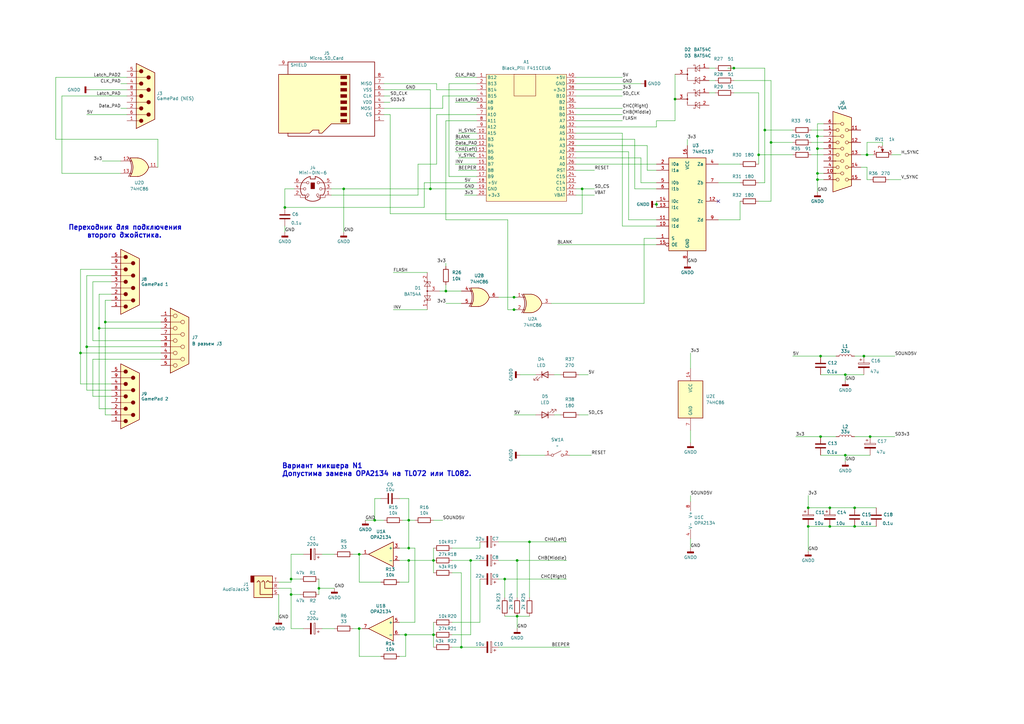
<source format=kicad_sch>
(kicad_sch (version 20230121) (generator eeschema)
  (paper "A3")
  (lib_symbols
    (symbol "74xx:74HC86" (pin_names (offset 1.016))
      (property "Reference" "U" (at 0 1.27 0))
      (property "Value" "74HC86" (at 0 -1.27 0))
      (symbol "74HC86_1_0"
        (pin input line (at -7.62 2.54 0) (length 4.445) (name "~") (number "1"))
        (pin input line (at -7.62 -2.54 0) (length 4.445) (name "~") (number "2"))
        (pin output line (at 7.62 0 180) (length 3.81) (name "~") (number "3"))
      )
      (symbol "74HC86_2_0"
        (pin input line (at -7.62 2.54 0) (length 4.445) (name "~") (number "4"))
        (pin input line (at -7.62 -2.54 0) (length 4.445) (name "~") (number "5"))
        (pin output line (at 7.62 0 180) (length 3.81) (name "~") (number "6"))
      )
      (symbol "74HC86_3_0"
        (pin input line (at -7.62 -2.54 0) (length 4.445) (name "~") (number "10"))
        (pin output line (at 7.62 0 180) (length 3.81) (name "~") (number "8"))
        (pin input line (at -7.62 2.54 0) (length 4.445) (name "~") (number "9"))
      )
      (symbol "74HC86_4_0"
        (pin output line (at 7.62 0 180) (length 3.81) (name "~") (number "11"))
        (pin input line (at -7.62 2.54 0) (length 4.445) (name "~") (number "12"))
        (pin input line (at -7.62 -2.54 0) (length 4.445) (name "~") (number "13"))
      )
      (symbol "74HC86_5_0"
        (pin power_in line (at 0 12.7 270) (length 5.08) (name "VCC") (number "14"))
        (pin power_in line (at 0 -12.7 90) (length 5.08) (name "GND") (number "7"))
      )
    )
    (symbol "74xx:74LS257" (pin_names (offset 1.016))
      (property "Reference" "U" (at -7.62 19.05 0))
      (property "Value" "74LS257" (at -7.62 -21.59 0))
      (symbol "74LS257_1_0"
        (pin input line (at -12.7 -15.24 0) (length 5.08) (name "S") (number "1"))
        (pin input line (at -12.7 -10.16 0) (length 5.08) (name "I1d") (number "10"))
        (pin input line (at -12.7 -7.62 0) (length 5.08) (name "I0d") (number "11"))
        (pin tri_state line (at 12.7 0 180) (length 5.08) (name "Zc") (number "12"))
        (pin input line (at -12.7 -2.54 0) (length 5.08) (name "I1c") (number "13"))
        (pin input line (at -12.7 0 0) (length 5.08) (name "I0c") (number "14"))
        (pin input inverted (at -12.7 -17.78 0) (length 5.08) (name "OE") (number "15"))
        (pin power_in line (at 0 22.86 270) (length 5.08) (name "VCC") (number "16"))
        (pin input line (at -12.7 15.24 0) (length 5.08) (name "I0a") (number "2"))
        (pin input line (at -12.7 12.7 0) (length 5.08) (name "I1a") (number "3"))
        (pin tri_state line (at 12.7 15.24 180) (length 5.08) (name "Za") (number "4"))
        (pin input line (at -12.7 7.62 0) (length 5.08) (name "I0b") (number "5"))
        (pin input line (at -12.7 5.08 0) (length 5.08) (name "I1b") (number "6"))
        (pin tri_state line (at 12.7 7.62 180) (length 5.08) (name "Zb") (number "7"))
        (pin power_in line (at 0 -25.4 90) (length 5.08) (name "GND") (number "8"))
        (pin tri_state line (at 12.7 -7.62 180) (length 5.08) (name "Zd") (number "9"))
      )
    )
    (symbol "Amplifier_Operational:LM358" (pin_names (offset 0.127))
      (property "Reference" "U" (at 0 5.08 0))
      (property "Value" "LM358" (at 0 -5.08 0))
      (symbol "LM358_1_1"
        (pin output line (at 7.62 0 180) (length 2.54) (name "~") (number "1"))
        (pin input line (at -7.62 -2.54 0) (length 2.54) (name "-") (number "2"))
        (pin input line (at -7.62 2.54 0) (length 2.54) (name "+") (number "3"))
      )
      (symbol "LM358_2_1"
        (pin input line (at -7.62 2.54 0) (length 2.54) (name "+") (number "5"))
        (pin input line (at -7.62 -2.54 0) (length 2.54) (name "-") (number "6"))
        (pin output line (at 7.62 0 180) (length 2.54) (name "~") (number "7"))
      )
      (symbol "LM358_3_1"
        (pin power_in line (at -2.54 -7.62 90) (length 3.81) (name "V-") (number "4"))
        (pin power_in line (at -2.54 7.62 270) (length 3.81) (name "V+") (number "8"))
      )
    )
    (symbol "BAT54C_1" (pin_names (offset 1.016))
      (property "Reference" "D1" (at -13.97 3.81 90))
      (property "Value" "BAT54C" (at -11.43 2.54 90))
      (symbol "BAT54C_1_1_1"
        (pin passive line (at -2.54 8.89 270) (length 3.81) (name "~") (number "1"))
        (pin passive line (at 2.54 8.89 270) (length 3.81) (name "~") (number "2"))
        (pin passive line (at 0 -5.08 90) (length 5.08) (name "~") (number "3"))
      )
    )
    (symbol "Connector:DE15_Receptacle_HighDensity" (pin_names (offset 1.016) hide)
      (property "Reference" "J" (at 0 21.59 0))
      (property "Value" "DE15_Receptacle_HighDensity" (at 0 19.05 0))
      (symbol "DE15_Receptacle_HighDensity_1_1"
        (pin passive line (at -7.62 10.16 0) (length 5.08) (name "~") (number "1"))
        (pin passive line (at -7.62 -7.62 0) (length 5.08) (name "~") (number "10"))
        (pin passive line (at 7.62 10.16 180) (length 5.08) (name "~") (number "11"))
        (pin passive line (at 7.62 5.08 180) (length 5.08) (name "~") (number "12"))
        (pin passive line (at 7.62 0 180) (length 5.08) (name "~") (number "13"))
        (pin passive line (at 7.62 -5.08 180) (length 5.08) (name "~") (number "14"))
        (pin passive line (at 7.62 -10.16 180) (length 5.08) (name "~") (number "15"))
        (pin passive line (at -7.62 5.08 0) (length 5.08) (name "~") (number "2"))
        (pin passive line (at -7.62 0 0) (length 5.08) (name "~") (number "3"))
        (pin passive line (at -7.62 -5.08 0) (length 5.08) (name "~") (number "4"))
        (pin passive line (at -7.62 -10.16 0) (length 5.08) (name "~") (number "5"))
        (pin passive line (at -7.62 12.7 0) (length 5.08) (name "~") (number "6"))
        (pin passive line (at -7.62 7.62 0) (length 5.08) (name "~") (number "7"))
        (pin passive line (at -7.62 2.54 0) (length 5.08) (name "~") (number "8"))
        (pin passive line (at -7.62 -2.54 0) (length 5.08) (name "~") (number "9"))
      )
    )
    (symbol "Connector:DE9_Plug_MountingHoles" (pin_names (offset 1.016) hide)
      (property "Reference" "J3" (at 4.572 1.024 0))
      (property "Value" "GamePad (NES)" (at 4.572 -1.024 0))
      (symbol "DE9_Plug_MountingHoles_1_1"
        (pin passive line (at -7.62 -10.16 0) (length 3.81) (name "1") (number "1"))
        (pin passive line (at -7.62 -5.08 0) (length 3.81) (name "2") (number "2"))
        (pin passive line (at -7.62 0 0) (length 3.81) (name "3") (number "3"))
        (pin passive line (at -7.62 5.08 0) (length 3.81) (name "4") (number "4"))
        (pin passive line (at -7.62 10.16 0) (length 3.81) (name "5") (number "5"))
        (pin passive line (at -7.62 -7.62 0) (length 3.81) (name "6") (number "6"))
        (pin passive line (at -7.62 -2.54 0) (length 3.81) (name "7") (number "7"))
        (pin passive line (at -7.62 2.54 0) (length 3.81) (name "8") (number "8"))
        (pin passive line (at -7.62 7.62 0) (length 3.81) (name "9") (number "9"))
      )
    )
    (symbol "Connector:DE9_Receptacle" (pin_names (offset 1.016) hide)
      (property "Reference" "J" (at 0 13.97 0))
      (property "Value" "DE9_Receptacle" (at 0 -14.605 0))
      (symbol "DE9_Receptacle_1_1"
        (pin passive line (at -7.62 10.16 0) (length 3.81) (name "1") (number "1"))
        (pin passive line (at -7.62 5.08 0) (length 3.81) (name "2") (number "2"))
        (pin passive line (at -7.62 0 0) (length 3.81) (name "3") (number "3"))
        (pin passive line (at -7.62 -5.08 0) (length 3.81) (name "4") (number "4"))
        (pin passive line (at -7.62 -10.16 0) (length 3.81) (name "5") (number "5"))
        (pin passive line (at -7.62 7.62 0) (length 3.81) (name "6") (number "6"))
        (pin passive line (at -7.62 2.54 0) (length 3.81) (name "7") (number "7"))
        (pin passive line (at -7.62 -2.54 0) (length 3.81) (name "8") (number "8"))
        (pin passive line (at -7.62 -7.62 0) (length 3.81) (name "9") (number "9"))
      )
    )
    (symbol "Connector:Micro_SD_Card" (pin_names (offset 1.016))
      (property "Reference" "J2" (at 0.635 -20.09 0))
      (property "Value" "Micro_SD_Card" (at 0.635 -18.042 0))
      (symbol "Micro_SD_Card_1_1"
        (pin bidirectional line (at -22.86 7.62 0) (length 3.81) (name "") (number "1"))
        (pin bidirectional line (at -22.86 5.08 0) (length 3.81) (name "CS") (number "2"))
        (pin input line (at -22.86 2.54 0) (length 3.81) (name "MOSI") (number "3"))
        (pin power_in line (at -22.86 0 0) (length 3.81) (name "VDD") (number "4"))
        (pin input line (at -22.86 -2.54 0) (length 3.81) (name "CLK") (number "5"))
        (pin power_in line (at -22.86 -5.08 0) (length 3.81) (name "VSS") (number "6"))
        (pin bidirectional line (at -22.86 -7.62 0) (length 3.81) (name "MISO") (number "7"))
        (pin bidirectional line (at -22.86 -10.16 0) (length 3.81) (name "") (number "8"))
        (pin passive line (at 20.32 -15.24 180) (length 3.81) (name "SHIELD") (number "9"))
      )
    )
    (symbol "Connector:Mini-DIN-6" (pin_names (offset 1.016))
      (property "Reference" "J" (at 0 6.35 0))
      (property "Value" "Mini-DIN-6" (at 0 -6.35 0))
      (symbol "Mini-DIN-6_1_1"
        (pin passive line (at 7.62 -2.54 180) (length 2.54) (name "~") (number "1"))
        (pin passive line (at -7.62 -2.54 0) (length 2.54) (name "~") (number "2"))
        (pin passive line (at 7.62 0 180) (length 2.54) (name "~") (number "3"))
        (pin passive line (at -7.62 0 0) (length 2.54) (name "~") (number "4"))
        (pin passive line (at 7.62 2.54 180) (length 2.54) (name "~") (number "5"))
        (pin passive line (at -7.62 2.54 0) (length 2.54) (name "~") (number "6"))
      )
    )
    (symbol "Connector_Audio:AudioJack3"
      (property "Reference" "J" (at 0 8.89 0))
      (property "Value" "AudioJack3" (at 0 6.35 0))
      (symbol "AudioJack3_1_1"
        (pin passive line (at 5.08 0 180) (length 2.54) (name "~") (number "R"))
        (pin passive line (at 5.08 2.54 180) (length 2.54) (name "~") (number "S"))
        (pin passive line (at 5.08 -2.54 180) (length 2.54) (name "~") (number "T"))
      )
    )
    (symbol "Device:C" (pin_numbers hide) (pin_names (offset 0.254))
      (property "Reference" "C" (at 0.635 2.54 0))
      (property "Value" "C" (at 0.635 -2.54 0))
      (symbol "C_1_1"
        (pin passive line (at 0 3.81 270) (length 2.794) (name "~") (number "1"))
        (pin passive line (at 0 -3.81 90) (length 2.794) (name "~") (number "2"))
      )
    )
    (symbol "Device:C_Polarized" (pin_numbers hide) (pin_names (offset 0.254))
      (property "Reference" "C" (at 0.635 2.54 0))
      (property "Value" "C_Polarized" (at 0.635 -2.54 0))
      (symbol "C_Polarized_1_1"
        (pin passive line (at 0 3.81 270) (length 2.794) (name "~") (number "1"))
        (pin passive line (at 0 -3.81 90) (length 2.794) (name "~") (number "2"))
      )
    )
    (symbol "Device:L" (pin_numbers hide) (pin_names (offset 1.016) hide)
      (property "Reference" "L" (at -1.27 0 90))
      (property "Value" "L" (at 1.905 0 90))
      (symbol "L_1_1"
        (pin passive line (at 0 3.81 270) (length 1.27) (name "1") (number "1"))
        (pin passive line (at 0 -3.81 90) (length 1.27) (name "2") (number "2"))
      )
    )
    (symbol "Device:LED" (pin_numbers hide) (pin_names (offset 1.016) hide)
      (property "Reference" "D" (at 0 2.54 0))
      (property "Value" "LED" (at 0 -2.54 0))
      (symbol "LED_1_1"
        (pin passive line (at -3.81 0 0) (length 2.54) (name "K") (number "1"))
        (pin passive line (at 3.81 0 180) (length 2.54) (name "A") (number "2"))
      )
    )
    (symbol "Device:R" (pin_numbers hide) (pin_names (offset 0))
      (property "Reference" "R" (at 2.032 0 90))
      (property "Value" "R" (at 0 0 90))
      (symbol "R_1_1"
        (pin passive line (at 0 3.81 270) (length 1.27) (name "~") (number "1"))
        (pin passive line (at 0 -3.81 90) (length 1.27) (name "~") (number "2"))
      )
    )
    (symbol "Device:R_Potentiometer" (pin_names (offset 1.016) hide)
      (property "Reference" "RV" (at -4.445 0 90))
      (property "Value" "R_Potentiometer" (at -2.54 0 90))
      (symbol "R_Potentiometer_1_1"
        (pin passive line (at 0 3.81 270) (length 1.27) (name "1") (number "1"))
        (pin passive line (at 3.81 0 180) (length 1.27) (name "2") (number "2"))
        (pin passive line (at 0 -3.81 90) (length 1.27) (name "3") (number "3"))
      )
    )
    (symbol "Diode:BAT54A" (pin_names (offset 1.016))
      (property "Reference" "D" (at 0.635 -3.81 0))
      (property "Value" "BAT54A" (at -6.35 3.175 0))
      (symbol "BAT54A_1_1"
        (pin passive line (at -7.62 0 0) (length 3.81) (name "~") (number "1"))
        (pin passive line (at 7.62 0 180) (length 3.81) (name "~") (number "2"))
        (pin passive line (at 0 -5.08 90) (length 5.08) (name "~") (number "3"))
      )
    )
    (symbol "MCU_Module:Maple_Mini"
      (property "Reference" "A1" (at 0 29.21 0))
      (property "Value" "Black_Pill F411CEU6" (at 0 26.67 0))
      (symbol "Maple_Mini_1_0"
        (pin power_in line (at -20.32 -20.32 0) (length 3.81) (name "+5V") (number "18"))
        (pin power_in line (at -20.32 -25.4 0) (length 3.81) (name "+3v3") (number "20"))
        (pin power_in line (at 20.32 17.78 180) (length 3.81) (name "+3v3") (number "38"))
        (pin power_in line (at 20.32 22.86 180) (length 3.81) (name "+5V") (number "40"))
      )
      (symbol "Maple_Mini_1_1"
        (pin bidirectional line (at -20.32 22.86 0) (length 3.81) (name "B12") (number "1"))
        (pin bidirectional line (at -20.32 0 0) (length 3.81) (name "A15") (number "10"))
        (pin bidirectional line (at -20.32 -2.54 0) (length 3.81) (name "B3") (number "11"))
        (pin bidirectional line (at -20.32 -5.08 0) (length 3.81) (name "B4") (number "12"))
        (pin bidirectional line (at -20.32 -7.62 0) (length 3.81) (name "B5") (number "13"))
        (pin bidirectional line (at -20.32 -10.16 0) (length 3.81) (name "B6") (number "14"))
        (pin bidirectional line (at -20.32 -12.7 0) (length 3.81) (name "B7") (number "15"))
        (pin bidirectional line (at -20.32 -15.24 0) (length 3.81) (name "B8") (number "16"))
        (pin bidirectional line (at -20.32 -17.78 0) (length 3.81) (name "B9") (number "17"))
        (pin power_in line (at -20.32 -22.86 0) (length 3.81) (name "GND") (number "19"))
        (pin bidirectional line (at -20.32 20.32 0) (length 3.81) (name "B13") (number "2"))
        (pin power_in line (at 20.32 -25.4 180) (length 3.81) (name "VBAT") (number "21"))
        (pin bidirectional line (at 20.32 -22.86 180) (length 3.81) (name "C13") (number "22"))
        (pin bidirectional line (at 20.32 -20.32 180) (length 3.81) (name "C14") (number "23"))
        (pin bidirectional line (at 20.32 -17.78 180) (length 3.81) (name "C15") (number "24"))
        (pin input line (at 20.32 -15.24 180) (length 3.81) (name "RST") (number "25"))
        (pin bidirectional line (at 20.32 -12.7 180) (length 3.81) (name "A0") (number "26"))
        (pin bidirectional line (at 20.32 -10.16 180) (length 3.81) (name "A1") (number "27"))
        (pin bidirectional line (at 20.32 -7.62 180) (length 3.81) (name "A2") (number "28"))
        (pin bidirectional line (at 20.32 -5.08 180) (length 3.81) (name "A3") (number "29"))
        (pin bidirectional line (at -20.32 17.78 0) (length 3.81) (name "B14") (number "3"))
        (pin bidirectional line (at 20.32 -2.54 180) (length 3.81) (name "A4") (number "30"))
        (pin bidirectional line (at 20.32 0 180) (length 3.81) (name "A5") (number "31"))
        (pin bidirectional line (at 20.32 2.54 180) (length 3.81) (name "A6") (number "32"))
        (pin bidirectional line (at 20.32 5.08 180) (length 3.81) (name "A7") (number "33"))
        (pin bidirectional line (at 20.32 7.62 180) (length 3.81) (name "B0") (number "34"))
        (pin bidirectional line (at 20.32 10.16 180) (length 3.81) (name "B1") (number "35"))
        (pin bidirectional line (at 20.32 12.7 180) (length 3.81) (name "B2") (number "36"))
        (pin bidirectional line (at 20.32 15.24 180) (length 3.81) (name "B10") (number "37"))
        (pin power_in line (at 20.32 20.32 180) (length 3.81) (name "GND") (number "39"))
        (pin bidirectional line (at -20.32 15.24 0) (length 3.81) (name "B15") (number "4"))
        (pin bidirectional line (at -20.32 12.7 0) (length 3.81) (name "A8") (number "5"))
        (pin bidirectional line (at -20.32 10.16 0) (length 3.81) (name "A9") (number "6"))
        (pin bidirectional line (at -20.32 7.62 0) (length 3.81) (name "A10") (number "7"))
        (pin bidirectional line (at -20.32 5.08 0) (length 3.81) (name "A11") (number "8"))
        (pin bidirectional line (at -20.32 2.54 0) (length 3.81) (name "A12") (number "9"))
      )
    )
    (symbol "Switch:SW_DPST_x2" (pin_names (offset 0) hide)
      (property "Reference" "SW" (at 0 3.175 0))
      (property "Value" "SW_DPST_x2" (at 0 -2.54 0))
      (symbol "SW_DPST_x2_1_1"
        (pin passive line (at -5.08 0 0) (length 2.54) (name "A") (number "1"))
        (pin passive line (at 5.08 0 180) (length 2.54) (name "B") (number "2"))
      )
      (symbol "SW_DPST_x2_2_1"
        (pin passive line (at -5.08 0 0) (length 2.54) (name "A") (number "3"))
        (pin passive line (at 5.08 0 180) (length 2.54) (name "B") (number "4"))
      )
    )
    (symbol "power:GNDD" (power) (pin_names (offset 0))
      (property "Value" "GNDD" (at 0 -3.175 0))
      (symbol "GNDD_1_1"
        (pin power_in line (at 0 0 270) (length 0) hide (name "GNDD") (number "1"))
      )
    )
    (symbol "усилитель для Magica-rescue:CP-Device" (pin_numbers hide) (pin_names (offset 0.254))
      (property "Reference" "C" (at 0.635 2.54 0))
      (property "Value" "Device_CP" (at 0.635 -2.54 0))
      (symbol "CP-Device_1_1"
        (pin passive line (at 0 3.81 270) (length 2.794) (name "~") (number "1"))
        (pin passive line (at 0 -3.81 90) (length 2.794) (name "~") (number "2"))
      )
    )
  )
  (junction (at 238.76 77.47))
  (junction (at 40.64 134.62))
  (junction (at 336.55 146.05))
  (junction (at 210.82 121.92))
  (junction (at 276.86 40.64))
  (junction (at 335.28 73.66))
  (junction (at 207.01 237.49))
  (junction (at 356.87 179.07))
  (junction (at 346.71 153.67))
  (junction (at 316.23 58.42))
  (junction (at 177.8 260.35))
  (junction (at 313.69 53.34))
  (junction (at 335.28 60.96))
  (junction (at 354.33 146.05))
  (junction (at 119.38 243.84))
  (junction (at 346.71 186.69))
  (junction (at 33.02 144.78))
  (junction (at 189.23 265.43))
  (junction (at 119.38 237.49))
  (junction (at 331.47 208.28))
  (junction (at 116.84 85.09))
  (junction (at 147.32 257.81))
  (junction (at 177.8 229.87))
  (junction (at 350.52 208.28))
  (junction (at 176.53 77.47))
  (junction (at 140.97 77.47))
  (junction (at 147.32 227.33))
  (junction (at 335.28 55.88))
  (junction (at 167.64 213.36))
  (junction (at 212.09 229.87))
  (junction (at 210.82 127))
  (junction (at 35.56 142.24))
  (junction (at 166.37 260.35))
  (junction (at 269.24 83.82))
  (junction (at 355.6 63.5))
  (junction (at 212.09 252.73))
  (junction (at 331.47 215.9))
  (junction (at 130.81 241.3))
  (junction (at 217.17 222.25))
  (junction (at 336.55 179.07))
  (junction (at 167.64 224.79))
  (junction (at 335.28 71.12))
  (junction (at 350.52 215.9))
  (junction (at 43.18 132.08))
  (junction (at 182.88 119.38))
  (junction (at 340.36 208.28))
  (junction (at 153.67 213.36))
  (junction (at 167.64 229.87))
  (junction (at 300.99 27.94))
  (junction (at 340.36 215.9))
  (junction (at 311.15 63.5))
  (junction (at 193.04 229.87))
  (no_connect (at 294.64 82.55))
  (wire (pts (xy 232.41 222.25) (xy 217.17 222.25)))
  (wire (pts (xy 346.71 186.69) (xy 346.71 189.23)))
  (wire (pts (xy 208.28 127) (xy 210.82 127)))
  (wire (pts (xy 187.96 64.77) (xy 195.58 64.77)))
  (wire (pts (xy 52.07 34.29) (xy 49.53 34.29)))
  (wire (pts (xy 156.21 238.76) (xy 147.32 238.76)))
  (wire (pts (xy 294.64 90.17) (xy 303.53 90.17)))
  (wire (pts (xy 177.8 255.27) (xy 177.8 260.35)))
  (wire (pts (xy 290.83 27.94) (xy 293.37 27.94)))
  (wire (pts (xy 195.58 72.39) (xy 184.15 72.39)))
  (wire (pts (xy 130.81 237.49) (xy 130.81 241.3)))
  (wire (pts (xy 181.61 213.36) (xy 177.8 213.36)))
  (wire (pts (xy 170.18 224.79) (xy 167.64 224.79)))
  (wire (pts (xy 331.47 215.9) (xy 340.36 215.9)))
  (wire (pts (xy 336.55 186.69) (xy 346.71 186.69)))
  (wire (pts (xy 119.38 243.84) (xy 119.38 241.3)))
  (wire (pts (xy 260.35 77.47) (xy 269.24 77.47)))
  (wire (pts (xy 35.56 142.24) (xy 66.04 142.24)))
  (wire (pts (xy 236.22 52.07) (xy 269.24 52.07)))
  (wire (pts (xy 212.09 252.73) (xy 207.01 252.73)))
  (wire (pts (xy 119.38 237.49) (xy 119.38 238.76)))
  (wire (pts (xy 193.04 229.87) (xy 193.04 260.35)))
  (wire (pts (xy 40.64 120.65) (xy 45.72 120.65)))
  (wire (pts (xy 313.69 27.94) (xy 313.69 53.34)))
  (wire (pts (xy 207.01 237.49) (xy 207.01 245.11)))
  (wire (pts (xy 313.69 74.93) (xy 311.15 74.93)))
  (wire (pts (xy 177.8 229.87) (xy 177.8 234.95)))
  (wire (pts (xy 182.88 49.53) (xy 182.88 90.17)))
  (wire (pts (xy 157.48 46.99) (xy 160.02 46.99)))
  (wire (pts (xy 332.74 53.34) (xy 337.82 53.34)))
  (wire (pts (xy 66.04 144.78) (xy 33.02 144.78)))
  (wire (pts (xy 147.32 257.81) (xy 144.78 257.81)))
  (wire (pts (xy 236.22 57.15) (xy 260.35 57.15)))
  (wire (pts (xy 336.55 146.05) (xy 342.9 146.05)))
  (wire (pts (xy 35.56 142.24) (xy 35.56 160.02)))
  (wire (pts (xy 22.86 57.15) (xy 22.86 31.75)))
  (wire (pts (xy 300.99 33.02) (xy 316.23 33.02)))
  (wire (pts (xy 119.38 238.76) (xy 114.3 238.76)))
  (wire (pts (xy 355.6 58.42) (xy 355.6 63.5)))
  (wire (pts (xy 350.52 179.07) (xy 356.87 179.07)))
  (wire (pts (xy 283.21 144.78) (xy 283.21 151.13)))
  (wire (pts (xy 163.83 269.24) (xy 166.37 269.24)))
  (wire (pts (xy 179.07 46.99) (xy 195.58 46.99)))
  (wire (pts (xy 332.74 58.42) (xy 337.82 58.42)))
  (wire (pts (xy 210.82 121.92) (xy 212.09 121.92)))
  (wire (pts (xy 137.16 227.33) (xy 132.08 227.33)))
  (wire (pts (xy 257.81 90.17) (xy 269.24 90.17)))
  (wire (pts (xy 196.85 222.25) (xy 196.85 224.79)))
  (wire (pts (xy 182.88 119.38) (xy 189.23 119.38)))
  (wire (pts (xy 171.45 67.31) (xy 171.45 80.01)))
  (wire (pts (xy 45.72 170.18) (xy 43.18 170.18)))
  (wire (pts (xy 276.86 40.64) (xy 276.86 49.53)))
  (wire (pts (xy 298.45 27.94) (xy 300.99 27.94)))
  (wire (pts (xy 147.32 227.33) (xy 148.59 227.33)))
  (wire (pts (xy 176.53 77.47) (xy 195.58 77.47)))
  (wire (pts (xy 195.58 49.53) (xy 182.88 49.53)))
  (wire (pts (xy 212.09 229.87) (xy 212.09 245.11)))
  (wire (pts (xy 325.12 146.05) (xy 336.55 146.05)))
  (wire (pts (xy 40.64 134.62) (xy 66.04 134.62)))
  (wire (pts (xy 49.53 71.12) (xy 25.4 71.12)))
  (wire (pts (xy 186.69 31.75) (xy 195.58 31.75)))
  (wire (pts (xy 237.49 170.18) (xy 241.3 170.18)))
  (wire (pts (xy 236.22 44.45) (xy 255.27 44.45)))
  (wire (pts (xy 153.67 213.36) (xy 157.48 213.36)))
  (wire (pts (xy 276.86 30.48) (xy 276.86 40.64)))
  (wire (pts (xy 336.55 153.67) (xy 346.71 153.67)))
  (wire (pts (xy 43.18 132.08) (xy 43.18 123.19)))
  (wire (pts (xy 326.39 179.07) (xy 336.55 179.07)))
  (wire (pts (xy 213.36 186.69) (xy 223.52 186.69)))
  (wire (pts (xy 265.43 69.85) (xy 269.24 69.85)))
  (wire (pts (xy 335.28 55.88) (xy 335.28 60.96)))
  (wire (pts (xy 193.04 260.35) (xy 185.42 260.35)))
  (wire (pts (xy 153.67 213.36) (xy 153.67 204.47)))
  (wire (pts (xy 186.69 62.23) (xy 195.58 62.23)))
  (wire (pts (xy 35.56 46.99) (xy 52.07 46.99)))
  (wire (pts (xy 212.09 229.87) (xy 204.47 229.87)))
  (wire (pts (xy 238.76 77.47) (xy 243.84 77.47)))
  (wire (pts (xy 120.65 77.47) (xy 116.84 77.47)))
  (wire (pts (xy 163.83 224.79) (xy 167.64 224.79)))
  (wire (pts (xy 137.16 257.81) (xy 132.08 257.81)))
  (wire (pts (xy 167.64 238.76) (xy 163.83 238.76)))
  (wire (pts (xy 166.37 260.35) (xy 177.8 260.35)))
  (wire (pts (xy 167.64 213.36) (xy 167.64 204.47)))
  (wire (pts (xy 182.88 124.46) (xy 189.23 124.46)))
  (wire (pts (xy 269.24 83.82) (xy 269.24 85.09)))
  (wire (pts (xy 208.28 90.17) (xy 208.28 127)))
  (wire (pts (xy 346.71 153.67) (xy 346.71 156.21)))
  (wire (pts (xy 355.6 73.66) (xy 356.87 73.66)))
  (wire (pts (xy 187.96 54.61) (xy 195.58 54.61)))
  (wire (pts (xy 189.23 234.95) (xy 189.23 265.43)))
  (wire (pts (xy 269.24 49.53) (xy 276.86 49.53)))
  (wire (pts (xy 335.28 55.88) (xy 337.82 55.88)))
  (wire (pts (xy 236.22 34.29) (xy 262.89 34.29)))
  (wire (pts (xy 167.64 224.79) (xy 167.64 213.36)))
  (wire (pts (xy 43.18 123.19) (xy 45.72 123.19)))
  (wire (pts (xy 171.45 67.31) (xy 179.07 67.31)))
  (wire (pts (xy 228.6 100.33) (xy 269.24 100.33)))
  (wire (pts (xy 196.85 224.79) (xy 185.42 224.79)))
  (wire (pts (xy 233.68 186.69) (xy 242.57 186.69)))
  (wire (pts (xy 311.15 63.5) (xy 311.15 67.31)))
  (wire (pts (xy 176.53 36.83) (xy 176.53 77.47)))
  (wire (pts (xy 22.86 31.75) (xy 52.07 31.75)))
  (wire (pts (xy 157.48 41.91) (xy 160.02 41.91)))
  (wire (pts (xy 45.72 167.64) (xy 40.64 167.64)))
  (wire (pts (xy 52.07 44.45) (xy 49.53 44.45)))
  (wire (pts (xy 147.32 269.24) (xy 147.32 257.81)))
  (wire (pts (xy 316.23 58.42) (xy 325.12 58.42)))
  (wire (pts (xy 185.42 234.95) (xy 189.23 234.95)))
  (wire (pts (xy 213.36 153.67) (xy 219.71 153.67)))
  (wire (pts (xy 236.22 62.23) (xy 257.81 62.23)))
  (wire (pts (xy 300.99 38.1) (xy 311.15 38.1)))
  (wire (pts (xy 331.47 215.9) (xy 331.47 226.06)))
  (wire (pts (xy 160.02 46.99) (xy 160.02 87.63)))
  (wire (pts (xy 64.77 57.15) (xy 22.86 57.15)))
  (wire (pts (xy 38.1 139.7) (xy 38.1 115.57)))
  (wire (pts (xy 340.36 208.28) (xy 350.52 208.28)))
  (wire (pts (xy 186.69 67.31) (xy 195.58 67.31)))
  (wire (pts (xy 316.23 58.42) (xy 316.23 82.55)))
  (wire (pts (xy 335.28 71.12) (xy 337.82 71.12)))
  (wire (pts (xy 196.85 255.27) (xy 185.42 255.27)))
  (wire (pts (xy 64.77 68.58) (xy 64.77 57.15)))
  (wire (pts (xy 25.4 39.37) (xy 52.07 39.37)))
  (wire (pts (xy 35.56 160.02) (xy 45.72 160.02)))
  (wire (pts (xy 161.29 127) (xy 175.26 127)))
  (wire (pts (xy 25.4 71.12) (xy 25.4 39.37)))
  (wire (pts (xy 177.8 224.79) (xy 177.8 229.87)))
  (wire (pts (xy 260.35 57.15) (xy 260.35 77.47)))
  (wire (pts (xy 38.1 115.57) (xy 45.72 115.57)))
  (wire (pts (xy 130.81 241.3) (xy 130.81 243.84)))
  (wire (pts (xy 281.94 57.15) (xy 281.94 59.69)))
  (wire (pts (xy 163.83 255.27) (xy 170.18 255.27)))
  (wire (pts (xy 66.04 147.32) (xy 38.1 147.32)))
  (wire (pts (xy 346.71 153.67) (xy 354.33 153.67)))
  (wire (pts (xy 337.82 50.8) (xy 335.28 50.8)))
  (wire (pts (xy 269.24 82.55) (xy 269.24 83.82)))
  (wire (pts (xy 346.71 186.69) (xy 356.87 186.69)))
  (wire (pts (xy 38.1 162.56) (xy 45.72 162.56)))
  (wire (pts (xy 170.18 213.36) (xy 167.64 213.36)))
  (wire (pts (xy 184.15 34.29) (xy 184.15 72.39)))
  (wire (pts (xy 177.8 260.35) (xy 177.8 265.43)))
  (wire (pts (xy 262.89 74.93) (xy 269.24 74.93)))
  (wire (pts (xy 355.6 63.5) (xy 358.14 63.5)))
  (wire (pts (xy 135.89 80.01) (xy 171.45 80.01)))
  (wire (pts (xy 40.64 134.62) (xy 40.64 167.64)))
  (wire (pts (xy 227.33 153.67) (xy 229.87 153.67)))
  (wire (pts (xy 353.06 63.5) (xy 355.6 63.5)))
  (wire (pts (xy 116.84 77.47) (xy 116.84 85.09)))
  (wire (pts (xy 116.84 92.71) (xy 116.84 95.25)))
  (wire (pts (xy 311.15 38.1) (xy 311.15 63.5)))
  (wire (pts (xy 157.48 39.37) (xy 160.02 39.37)))
  (wire (pts (xy 123.19 237.49) (xy 119.38 237.49)))
  (wire (pts (xy 331.47 208.28) (xy 340.36 208.28)))
  (wire (pts (xy 167.64 213.36) (xy 165.1 213.36)))
  (wire (pts (xy 180.34 119.38) (xy 182.88 119.38)))
  (wire (pts (xy 290.83 38.1) (xy 293.37 38.1)))
  (wire (pts (xy 316.23 33.02) (xy 316.23 58.42)))
  (wire (pts (xy 181.61 44.45) (xy 181.61 39.37)))
  (wire (pts (xy 236.22 64.77) (xy 262.89 64.77)))
  (wire (pts (xy 186.69 57.15) (xy 195.58 57.15)))
  (wire (pts (xy 236.22 54.61) (xy 255.27 54.61)))
  (wire (pts (xy 157.48 44.45) (xy 181.61 44.45)))
  (wire (pts (xy 303.53 82.55) (xy 303.53 90.17)))
  (wire (pts (xy 290.83 33.02) (xy 293.37 33.02)))
  (wire (pts (xy 335.28 50.8) (xy 335.28 55.88)))
  (wire (pts (xy 350.52 146.05) (xy 354.33 146.05)))
  (wire (pts (xy 116.84 85.09) (xy 173.99 85.09)))
  (wire (pts (xy 179.07 34.29) (xy 179.07 36.83)))
  (wire (pts (xy 335.28 73.66) (xy 337.82 73.66)))
  (wire (pts (xy 236.22 67.31) (xy 269.24 67.31)))
  (wire (pts (xy 137.16 241.3) (xy 130.81 241.3)))
  (wire (pts (xy 238.76 87.63) (xy 238.76 77.47)))
  (wire (pts (xy 283.21 176.53) (xy 283.21 181.61)))
  (wire (pts (xy 208.28 90.17) (xy 182.88 90.17)))
  (wire (pts (xy 217.17 222.25) (xy 204.47 222.25)))
  (wire (pts (xy 140.97 77.47) (xy 176.53 77.47)))
  (wire (pts (xy 265.43 59.69) (xy 265.43 69.85)))
  (wire (pts (xy 335.28 60.96) (xy 337.82 60.96)))
  (wire (pts (xy 350.52 215.9) (xy 359.41 215.9)))
  (wire (pts (xy 36.83 36.83) (xy 52.07 36.83)))
  (wire (pts (xy 33.02 157.48) (xy 33.02 144.78)))
  (wire (pts (xy 361.95 58.42) (xy 355.6 58.42)))
  (wire (pts (xy 294.64 74.93) (xy 303.53 74.93)))
  (wire (pts (xy 33.02 144.78) (xy 33.02 110.49)))
  (wire (pts (xy 45.72 157.48) (xy 33.02 157.48)))
  (wire (pts (xy 124.46 227.33) (xy 119.38 227.33)))
  (wire (pts (xy 161.29 111.76) (xy 175.26 111.76)))
  (wire (pts (xy 236.22 59.69) (xy 265.43 59.69)))
  (wire (pts (xy 196.85 229.87) (xy 193.04 229.87)))
  (wire (pts (xy 255.27 92.71) (xy 269.24 92.71)))
  (wire (pts (xy 182.88 109.22) (xy 182.88 107.95)))
  (wire (pts (xy 163.83 260.35) (xy 166.37 260.35)))
  (wire (pts (xy 35.56 113.03) (xy 35.56 142.24)))
  (wire (pts (xy 340.36 215.9) (xy 350.52 215.9)))
  (wire (pts (xy 204.47 265.43) (xy 233.68 265.43)))
  (wire (pts (xy 40.64 134.62) (xy 40.64 120.65)))
  (wire (pts (xy 365.76 63.5) (xy 369.57 63.5)))
  (wire (pts (xy 157.48 36.83) (xy 176.53 36.83)))
  (wire (pts (xy 33.02 110.49) (xy 45.72 110.49)))
  (wire (pts (xy 184.15 34.29) (xy 195.58 34.29)))
  (wire (pts (xy 147.32 238.76) (xy 147.32 227.33)))
  (wire (pts (xy 179.07 36.83) (xy 195.58 36.83)))
  (wire (pts (xy 236.22 36.83) (xy 255.27 36.83)))
  (wire (pts (xy 361.95 59.69) (xy 361.95 58.42)))
  (wire (pts (xy 355.6 73.66) (xy 355.6 68.58)))
  (wire (pts (xy 182.88 116.84) (xy 182.88 119.38)))
  (wire (pts (xy 153.67 204.47) (xy 156.21 204.47)))
  (wire (pts (xy 226.06 124.46) (xy 264.16 124.46)))
  (wire (pts (xy 300.99 27.94) (xy 313.69 27.94)))
  (wire (pts (xy 135.89 77.47) (xy 140.97 77.47)))
  (wire (pts (xy 148.59 257.81) (xy 147.32 257.81)))
  (wire (pts (xy 204.47 121.92) (xy 210.82 121.92)))
  (wire (pts (xy 332.74 63.5) (xy 337.82 63.5)))
  (wire (pts (xy 181.61 39.37) (xy 195.58 39.37)))
  (wire (pts (xy 336.55 179.07) (xy 342.9 179.07)))
  (wire (pts (xy 157.48 34.29) (xy 179.07 34.29)))
  (wire (pts (xy 262.89 64.77) (xy 262.89 74.93)))
  (wire (pts (xy 354.33 146.05) (xy 367.03 146.05)))
  (wire (pts (xy 41.91 66.04) (xy 49.53 66.04)))
  (wire (pts (xy 124.46 257.81) (xy 119.38 257.81)))
  (wire (pts (xy 189.23 265.43) (xy 185.42 265.43)))
  (wire (pts (xy 179.07 67.31) (xy 179.07 46.99)))
  (wire (pts (xy 257.81 62.23) (xy 257.81 90.17)))
  (wire (pts (xy 316.23 82.55) (xy 311.15 82.55)))
  (wire (pts (xy 119.38 241.3) (xy 114.3 241.3)))
  (wire (pts (xy 163.83 229.87) (xy 167.64 229.87)))
  (wire (pts (xy 356.87 179.07) (xy 367.03 179.07)))
  (wire (pts (xy 173.99 74.93) (xy 195.58 74.93)))
  (wire (pts (xy 238.76 77.47) (xy 236.22 77.47)))
  (wire (pts (xy 43.18 132.08) (xy 66.04 132.08)))
  (wire (pts (xy 114.3 243.84) (xy 114.3 254)))
  (wire (pts (xy 170.18 255.27) (xy 170.18 224.79)))
  (wire (pts (xy 232.41 229.87) (xy 212.09 229.87)))
  (wire (pts (xy 237.49 153.67) (xy 241.3 153.67)))
  (wire (pts (xy 144.78 227.33) (xy 147.32 227.33)))
  (wire (pts (xy 335.28 71.12) (xy 335.28 73.66)))
  (wire (pts (xy 227.33 170.18) (xy 229.87 170.18)))
  (wire (pts (xy 193.04 229.87) (xy 185.42 229.87)))
  (wire (pts (xy 186.69 59.69) (xy 195.58 59.69)))
  (wire (pts (xy 217.17 222.25) (xy 217.17 245.11)))
  (wire (pts (xy 355.6 68.58) (xy 353.06 68.58)))
  (wire (pts (xy 217.17 252.73) (xy 212.09 252.73)))
  (wire (pts (xy 335.28 60.96) (xy 335.28 71.12)))
  (wire (pts (xy 311.15 63.5) (xy 325.12 63.5)))
  (wire (pts (xy 123.19 243.84) (xy 119.38 243.84)))
  (wire (pts (xy 364.49 73.66) (xy 369.57 73.66)))
  (wire (pts (xy 43.18 132.08) (xy 43.18 170.18)))
  (wire (pts (xy 196.85 237.49) (xy 196.85 255.27)))
  (wire (pts (xy 236.22 39.37) (xy 255.27 39.37)))
  (wire (pts (xy 236.22 49.53) (xy 255.27 49.53)))
  (wire (pts (xy 153.67 213.36) (xy 149.86 213.36)))
  (wire (pts (xy 166.37 269.24) (xy 166.37 260.35)))
  (wire (pts (xy 350.52 208.28) (xy 359.41 208.28)))
  (wire (pts (xy 313.69 53.34) (xy 313.69 74.93)))
  (wire (pts (xy 269.24 52.07) (xy 269.24 49.53)))
  (wire (pts (xy 177.8 229.87) (xy 167.64 229.87)))
  (wire (pts (xy 232.41 237.49) (xy 207.01 237.49)))
  (wire (pts (xy 264.16 124.46) (xy 264.16 97.79)))
  (wire (pts (xy 119.38 257.81) (xy 119.38 243.84)))
  (wire (pts (xy 119.38 227.33) (xy 119.38 237.49)))
  (wire (pts (xy 243.84 80.01) (xy 236.22 80.01)))
  (wire (pts (xy 236.22 69.85) (xy 243.84 69.85)))
  (wire (pts (xy 156.21 269.24) (xy 147.32 269.24)))
  (wire (pts (xy 38.1 147.32) (xy 38.1 162.56)))
  (wire (pts (xy 236.22 31.75) (xy 255.27 31.75)))
  (wire (pts (xy 207.01 237.49) (xy 204.47 237.49)))
  (wire (pts (xy 186.69 41.91) (xy 195.58 41.91)))
  (wire (pts (xy 66.04 139.7) (xy 38.1 139.7)))
  (wire (pts (xy 190.5 80.01) (xy 195.58 80.01)))
  (wire (pts (xy 335.28 73.66) (xy 335.28 78.74)))
  (wire (pts (xy 283.21 220.98) (xy 283.21 224.79)))
  (wire (pts (xy 313.69 53.34) (xy 325.12 53.34)))
  (wire (pts (xy 264.16 97.79) (xy 269.24 97.79)))
  (wire (pts (xy 173.99 85.09) (xy 173.99 74.93)))
  (wire (pts (xy 160.02 87.63) (xy 238.76 87.63)))
  (wire (pts (xy 167.64 229.87) (xy 167.64 238.76)))
  (wire (pts (xy 196.85 265.43) (xy 189.23 265.43)))
  (wire (pts (xy 255.27 54.61) (xy 255.27 92.71)))
  (wire (pts (xy 331.47 203.2) (xy 331.47 208.28)))
  (wire (pts (xy 167.64 204.47) (xy 163.83 204.47)))
  (wire (pts (xy 210.82 127) (xy 212.09 127)))
  (wire (pts (xy 212.09 252.73) (xy 212.09 257.81)))
  (wire (pts (xy 140.97 77.47) (xy 140.97 95.25)))
  (wire (pts (xy 294.64 67.31) (xy 303.53 67.31)))
  (wire (pts (xy 210.82 170.18) (xy 219.71 170.18)))
  (wire (pts (xy 45.72 113.03) (xy 35.56 113.03)))
  (wire (pts (xy 283.21 203.2) (xy 283.21 205.74)))
  (wire (pts (xy 187.96 69.85) (xy 195.58 69.85)))
  (wire (pts (xy 236.22 46.99) (xy 255.27 46.99)))
  (text "Переходник для подключения \n     второго джойстика.\n" (at 27.94 97.79 0) (effects (font (size 2 2) (thickness 0.4) bold) (justify left bottom)))
  (text "Вариант микшера N1\nДопустима замена OPA2134 на TL072 или TL082.\n" (at 115.57 195.58 0) (effects (font (size 2 2) (thickness 0.4) bold) (justify left bottom)))
  (label "SOUND5V" (at 283.21 203.2 0))
  (label "GND" (at 137.16 241.3 0))
  (label "RESET" (at 242.57 186.69 0))
  (label "CHC(Right)" (at 255.27 44.45 0))
  (label "FLASH" (at 161.29 111.76 0))
  (label "CHB(Middle)" (at 232.41 229.87 180))
  (label "5V" (at 255.27 31.75 0))
  (label "SD_CS" (at 243.84 77.47 0))
  (label "Latch_PAD" (at 49.53 39.37 180))
  (label "GND" (at 283.21 224.79 0))
  (label "GND" (at 331.47 226.06 0))
  (label "3v3" (at 331.47 203.2 0))
  (label "VBAT" (at 243.84 80.01 0))
  (label "FLASH" (at 255.27 49.53 0))
  (label "H_SYNC" (at 187.96 54.61 0))
  (label "GND" (at 346.71 189.23 0))
  (label "SOUND5V" (at 367.03 146.05 0))
  (label "3v3" (at 182.88 107.95 180))
  (label "CHC(Right)" (at 232.41 237.49 180))
  (label "BEEPER" (at 187.96 69.85 0))
  (label "5V" (at 190.5 74.93 0))
  (label "CHB(Middle)" (at 255.27 46.99 0))
  (label "GND" (at 140.97 95.25 0))
  (label "3v3" (at 41.91 66.04 180))
  (label "Latch_PAD" (at 186.69 41.91 0))
  (label "CLK_PAD" (at 186.69 31.75 0))
  (label "SD_CS" (at 241.3 170.18 0))
  (label "3v3" (at 190.5 80.01 0))
  (label "GND" (at 255.27 34.29 0))
  (label "GND" (at 116.84 95.25 0))
  (label "5V" (at 35.56 46.99 0))
  (label "3v3" (at 182.88 124.46 180))
  (label "BEEPER" (at 233.68 265.43 180))
  (label "5V" (at 241.3 153.67 0))
  (label "SOUND5V" (at 181.61 213.36 0))
  (label "3v3" (at 283.21 144.78 0))
  (label "V_SYNC" (at 187.96 64.77 0))
  (label "5V" (at 210.82 170.18 0))
  (label "INV" (at 161.29 127 0))
  (label "INV" (at 186.69 67.31 0))
  (label "V_SYNC" (at 369.57 73.66 0))
  (label "H_SYNC" (at 369.57 63.5 0))
  (label "CLK_PAD" (at 49.53 34.29 180))
  (label "RESET" (at 243.84 69.85 0))
  (label "BLANK" (at 186.69 57.15 0))
  (label "SD_CLK" (at 255.27 39.37 0))
  (label "GND" (at 114.3 254 0))
  (label "GND" (at 212.09 257.81 0))
  (label "GND" (at 281.94 107.95 0))
  (label "GND" (at 166.37 36.83 0))
  (label "SD3v3" (at 367.03 179.07 0))
  (label "Latch_PAD2" (at 49.53 31.75 180))
  (label "BLANK" (at 228.6 100.33 0))
  (label "SD_CLK" (at 160.02 39.37 0))
  (label "5V" (at 325.12 146.05 0))
  (label "CHA(Left)" (at 186.69 62.23 0))
  (label "Data_PAD" (at 49.53 44.45 180))
  (label "Data_PAD" (at 186.69 59.69 0))
  (label "3v3" (at 281.94 57.15 0))
  (label "3v3" (at 326.39 179.07 0))
  (label "GND" (at 335.28 78.74 0))
  (label "GND" (at 346.71 156.21 0))
  (label "SD3v3" (at 160.02 41.91 0))
  (label "3v3" (at 255.27 36.83 0))
  (label "CHA(Left)" (at 232.41 222.25 180))
  (label "GND" (at 190.5 77.47 0))
  (label "GND" (at 149.86 213.36 0))
  (symbol (lib_id "Device:R") (at 181.61 260.35 270) (mirror x) (unit 1)
    (property "Reference" "R21" (at 185.42 257.81 90))
    (property "Value" "27k" (at 181.61 257.81 90))
    (property "Footprint" "Resistor_SMD:R_0805_2012Metric" (effects hide))
  )
  (symbol (lib_id "Connector:DE9_Receptacle") (at 73.66 139.7 0) (unit 1)
    (property "Reference" "J7" (at 78.74 138.43 0) (effects (justify left)))
    (property "Value" "В разъем J3" (at 78.74 140.97 0) (effects (justify left)))
    (property "Datasheet" " ~" (effects hide))
  )
  (symbol (lib_id "Device:R") (at 360.68 73.66 90) (unit 1)
    (property "Reference" "R36" (at 358.14 71.12 90))
    (property "Value" "270" (at 363.22 71.12 90))
    (property "Footprint" "Resistor_SMD:R_0805_2012Metric" (effects hide))
  )
  (symbol (lib_id "MCU_Module:Maple_Mini") (at 215.9 54.61 0) (unit 1)
    (property "Reference" "A1" (at 215.9 25.4 0))
    (property "Value" "Black_Pill F411CEU6" (at 215.9 27.94 0))
    (property "Footprint" "MyLibrary:PCB-STM32F411" (effects hide))
  )
  (symbol (lib_id "74xx:74HC86") (at 218.44 124.46 0) (unit 1)
    (property "Reference" "U2" (at 218.44 130.81 0))
    (property "Value" "74HC86" (at 218.44 133.35 0))
    (property "Footprint" "Package_SO:SO-14_3.9x8.65mm_P1.27mm" (effects hide))
  )
  (symbol (lib_id "Device:R") (at 140.97 227.33 270) (mirror x) (unit 1)
    (property "Reference" "R5" (at 140.97 222.0722 90))
    (property "Value" "33" (at 140.97 224.3836 90))
    (property "Footprint" "Resistor_SMD:R_0805_2012Metric" (effects hide))
  )
  (symbol (lib_id "Device:R") (at 328.93 53.34 90) (unit 1)
    (property "Reference" "R33" (at 326.39 49.53 90))
    (property "Value" "91" (at 331.47 49.53 90))
    (property "Footprint" "Resistor_SMD:R_0805_2012Metric" (effects hide))
  )
  (symbol (lib_id "power:GNDD") (at 149.86 213.36 0) (unit 1)
    (property "Reference" "#PWR04" (effects hide))
    (property "Value" "GNDD" (at 149.86 217.17 0))
  )
  (symbol (lib_id "Device:R") (at 207.01 248.92 0) (mirror y) (unit 1)
    (property "Reference" "R23" (at 204.47 245.11 90))
    (property "Value" "2k" (at 204.47 248.92 90))
    (property "Footprint" "Resistor_SMD:R_0805_2012Metric" (effects hide))
  )
  (symbol (lib_id "Device:R") (at 161.29 213.36 270) (mirror x) (unit 1)
    (property "Reference" "R15" (at 161.29 208.1022 90))
    (property "Value" "10k" (at 161.29 210.4136 90))
    (property "Footprint" "Resistor_SMD:R_0805_2012Metric" (effects hide))
  )
  (symbol (lib_id "Device:C") (at 160.02 204.47 270) (mirror x) (unit 1)
    (property "Reference" "C5" (at 160.02 198.731 90))
    (property "Value" "10u" (at 160.02 200.779 90))
    (property "Footprint" "Capacitor_SMD:C_0805_2012Metric" (effects hide))
  )
  (symbol (lib_id "Device:R") (at 127 243.84 270) (mirror x) (unit 1)
    (property "Reference" "R2" (at 128.27 246.38 90))
    (property "Value" "47k" (at 123.19 246.38 90))
    (property "Footprint" "Resistor_SMD:R_0805_2012Metric" (effects hide))
  )
  (symbol (lib_id "Device:R") (at 181.61 255.27 270) (mirror x) (unit 1)
    (property "Reference" "R20" (at 185.42 252.73 90))
    (property "Value" "10k" (at 181.61 252.73 90))
    (property "Footprint" "Resistor_SMD:R_0805_2012Metric" (effects hide))
  )
  (symbol (lib_id "Device:R") (at 140.97 257.81 270) (mirror x) (unit 1)
    (property "Reference" "R6" (at 140.97 252.5522 90))
    (property "Value" "33" (at 140.97 254.8636 90))
    (property "Footprint" "Resistor_SMD:R_0805_2012Metric" (effects hide))
  )
  (symbol (lib_id "Device:C") (at 350.52 212.09 0) (unit 1)
    (property "Reference" "C15" (at 353.441 211.066 0) (effects (justify left)))
    (property "Value" "0.1u" (at 353.06 214.63 0) (effects (justify left)))
    (property "Footprint" "Capacitor_SMD:C_0805_2012Metric" (effects hide))
  )
  (symbol (lib_id "Device:R") (at 328.93 63.5 90) (unit 1)
    (property "Reference" "R35" (at 326.39 60.96 90))
    (property "Value" "91" (at 331.47 60.96 90))
    (property "Footprint" "Resistor_SMD:R_0805_2012Metric" (effects hide))
  )
  (symbol (lib_id "Connector_Audio:AudioJack3") (at 109.22 241.3 0) (mirror x) (unit 1)
    (property "Reference" "J1" (at 102.108 239.641 0) (effects (justify right)))
    (property "Value" "AudioJack3" (at 102.108 241.689 0) (effects (justify right)))
    (property "Footprint" "Connector_Audio:Jack_3.5mm_CUI_SJ1-3525N_Horizontal" (effects hide))
  )
  (symbol (lib_id "power:GNDD") (at 116.84 95.25 0) (unit 1)
    (property "Reference" "#PWR05" (effects hide))
    (property "Value" "GNDD" (at 116.84 99.06 0))
  )
  (symbol (lib_id "74xx:74HC86") (at 57.15 68.58 0) (unit 4)
    (property "Reference" "U2" (at 57.15 74.93 0))
    (property "Value" "74HC86" (at 57.15 77.47 0))
    (property "Footprint" "Package_SO:SO-14_3.9x8.65mm_P1.27mm" (effects hide))
  )
  (symbol (lib_id "Device:R") (at 217.17 248.92 0) (mirror y) (unit 1)
    (property "Reference" "R25" (at 214.63 245.11 90))
    (property "Value" "2k" (at 214.63 248.92 90))
    (property "Footprint" "Resistor_SMD:R_0805_2012Metric" (effects hide))
  )
  (symbol (lib_id "Amplifier_Operational:LM358") (at 285.75 213.36 0) (unit 3)
    (property "Reference" "U1" (at 284.6832 212.1916 0) (effects (justify left)))
    (property "Value" "OPA2134" (at 284.6832 214.503 0) (effects (justify left)))
    (property "Footprint" "Package_DIP:DIP-8_W7.62mm" (effects hide))
  )
  (symbol (lib_id "усилитель для Magica-rescue:CP-Device") (at 200.66 265.43 270) (mirror x) (unit 1)
    (property "Reference" "C10" (at 204.47 264.16 90))
    (property "Value" "10u" (at 196.85 264.16 90))
    (property "Footprint" "Capacitor_Tantalum_SMD:CP_EIA-3528-21_Kemet-B" (effects hide))
  )
  (symbol (lib_id "Device:R") (at 160.02 269.24 270) (mirror x) (unit 1)
    (property "Reference" "R14" (at 160.02 263.9822 90))
    (property "Value" "10k" (at 160.02 266.2936 90))
    (property "Footprint" "Resistor_SMD:R_0805_2012Metric" (effects hide))
  )
  (symbol (lib_id "power:GNDD") (at 281.94 107.95 0) (unit 1)
    (property "Reference" "#PWR010" (effects hide))
    (property "Value" "GNDD" (at 281.94 111.76 0))
  )
  (symbol (lib_id "Device:C_Polarized") (at 354.33 149.86 0) (unit 1)
    (property "Reference" "C16" (at 357.251 147.947 0) (effects (justify left)))
    (property "Value" "47u" (at 356.87 152.4 0) (effects (justify left)))
    (property "Footprint" "Capacitor_Tantalum_SMD:CP_EIA-3528-21_Kemet-B" (effects hide))
  )
  (symbol (lib_id "Device:R") (at 127 237.49 270) (mirror x) (unit 1)
    (property "Reference" "R1" (at 128.27 234.95 90))
    (property "Value" "47k" (at 123.19 234.95 90))
    (property "Footprint" "Resistor_SMD:R_0805_2012Metric" (effects hide))
  )
  (symbol (lib_id "power:GNDD") (at 335.28 78.74 0) (unit 1)
    (property "Reference" "#PWR013" (effects hide))
    (property "Value" "GNDD" (at 335.28 82.55 0))
  )
  (symbol (lib_id "Device:C_Polarized") (at 331.47 212.09 0) (unit 1)
    (property "Reference" "C11" (at 334.391 210.177 0) (effects (justify left)))
    (property "Value" "10u" (at 334.01 214.63 0) (effects (justify left)))
    (property "Footprint" "Capacitor_Tantalum_SMD:CP_EIA-3528-21_Kemet-B" (effects hide))
  )
  (symbol (lib_id "Device:C") (at 336.55 182.88 0) (unit 1)
    (property "Reference" "C13" (at 339.471 181.856 0) (effects (justify left)))
    (property "Value" "0.1u" (at 339.09 185.42 0) (effects (justify left)))
    (property "Footprint" "Capacitor_SMD:C_0805_2012Metric" (effects hide))
  )
  (symbol (lib_id "Device:L") (at 346.71 179.07 90) (unit 1)
    (property "Reference" "L2" (at 346.71 174.9847 90))
    (property "Value" "33u" (at 346.71 177.0327 90))
    (property "Footprint" "Inductor_SMD:L_0805_2012Metric" (effects hide))
  )
  (symbol (lib_id "Device:LED") (at 223.52 153.67 0) (unit 1)
    (property "Reference" "D4" (at 221.9325 147.32 0))
    (property "Value" "LED" (at 221.9325 149.86 0))
    (property "Footprint" "LED_THT:LED_D3.0mm" (effects hide))
  )
  (symbol (lib_id "Connector:Micro_SD_Card") (at 134.62 41.91 180) (unit 1)
    (property "Reference" "J5" (at 133.985 21.82 0))
    (property "Value" "Micro_SD_Card" (at 133.985 23.868 0))
    (property "Footprint" "MyLibrary:SD Card Holder 112J-TDAR" (effects hide))
  )
  (symbol (lib_id "74xx:74HC86") (at 196.85 121.92 0) (unit 2)
    (property "Reference" "U2" (at 196.5452 113.03 0))
    (property "Value" "74HC86" (at 196.5452 115.57 0))
    (property "Footprint" "Package_SO:SO-14_3.9x8.65mm_P1.27mm" (effects hide))
  )
  (symbol (lib_id "Device:R") (at 181.61 224.79 270) (mirror x) (unit 1)
    (property "Reference" "R17" (at 185.42 222.25 90))
    (property "Value" "10k" (at 181.61 222.25 90))
    (property "Footprint" "Resistor_SMD:R_0805_2012Metric" (effects hide))
  )
  (symbol (lib_id "Device:R") (at 233.68 170.18 90) (unit 1)
    (property "Reference" "R38" (at 233.68 163.83 90))
    (property "Value" "180" (at 233.68 166.37 90))
    (property "Footprint" "Resistor_SMD:R_0805_2012Metric" (effects hide))
  )
  (symbol (lib_id "power:GNDD") (at 213.36 186.69 270) (mirror x) (unit 1)
    (property "Reference" "#PWR019" (effects hide))
    (property "Value" "GNDD" (at 209.55 186.69 0))
  )
  (symbol (lib_id "Device:C") (at 336.55 149.86 0) (unit 1)
    (property "Reference" "C12" (at 339.471 148.836 0) (effects (justify left)))
    (property "Value" "0.1u" (at 339.09 152.4 0) (effects (justify left)))
    (property "Footprint" "Capacitor_SMD:C_0805_2012Metric" (effects hide))
  )
  (symbol (lib_id "power:GNDD") (at 213.36 153.67 270) (unit 1)
    (property "Reference" "#PWR017" (effects hide))
    (property "Value" "GNDD" (at 209.55 153.67 0))
  )
  (symbol (lib_id "Device:R_Potentiometer") (at 361.95 63.5 90) (unit 1)
    (property "Reference" "RV1" (at 360.68 57.15 90))
    (property "Value" "1k" (at 365.76 57.15 90))
    (property "Footprint" "MyLibrary:TRIM_3296W-1-102LF" (effects hide))
  )
  (symbol (lib_id "power:GNDD") (at 114.3 254 0) (unit 1)
    (property "Reference" "#PWR02" (effects hide))
    (property "Value" "GNDD" (at 114.3 257.81 0))
  )
  (symbol (lib_id "Diode:BAT54A") (at 175.26 119.38 90) (unit 1)
    (property "Reference" "D1" (at 172.72 118.11 90) (effects (justify left)))
    (property "Value" "BAT54A" (at 172.72 120.65 90) (effects (justify left)))
    (property "Footprint" "Package_TO_SOT_SMD:SOT-23" (effects hide))
  )
  (symbol (lib_id "Device:R") (at 160.02 238.76 270) (mirror x) (unit 1)
    (property "Reference" "R13" (at 160.02 233.5022 90))
    (property "Value" "10k" (at 160.02 235.8136 90))
    (property "Footprint" "Resistor_SMD:R_0805_2012Metric" (effects hide))
  )
  (symbol (lib_id "Connector:DE9_Plug_MountingHoles") (at 53.34 115.57 0) (unit 1)
    (property "Reference" "J8" (at 57.912 114.546 0) (effects (justify left)))
    (property "Value" "GamePad 1" (at 57.912 116.594 0) (effects (justify left)))
    (property "Footprint" "MyLibrary:Правильный джой" (effects hide))
    (property "Datasheet" " ~" (effects hide))
  )
  (symbol (lib_id "power:GNDD") (at 36.83 36.83 270) (mirror x) (unit 1)
    (property "Reference" "#PWR01" (effects hide))
    (property "Value" "GNDD" (at 33.02 36.83 90) (effects (justify right)))
  )
  (symbol (lib_id "74xx:74LS257") (at 281.94 82.55 0) (unit 1)
    (property "Reference" "U3" (at 283.8959 59.69 0) (effects (justify left)))
    (property "Value" "74HC157" (at 283.8959 62.23 0) (effects (justify left)))
    (property "Footprint" "Package_SO:SO-16_3.9x9.9mm_P1.27mm" (effects hide))
  )
  (symbol (lib_id "Device:R") (at 181.61 265.43 270) (mirror x) (unit 1)
    (property "Reference" "R22" (at 185.42 262.89 90))
    (property "Value" "43k" (at 180.34 262.89 90))
    (property "Footprint" "Resistor_SMD:R_0805_2012Metric" (effects hide))
  )
  (symbol (lib_id "Device:R") (at 233.68 153.67 90) (unit 1)
    (property "Reference" "R37" (at 233.68 147.32 90))
    (property "Value" "270" (at 233.68 149.86 90))
    (property "Footprint" "Resistor_SMD:R_0805_2012Metric" (effects hide))
  )
  (symbol (lib_id "Device:R") (at 181.61 234.95 270) (mirror x) (unit 1)
    (property "Reference" "R19" (at 185.42 232.41 90))
    (property "Value" "43k" (at 181.61 232.41 90))
    (property "Footprint" "Resistor_SMD:R_0805_2012Metric" (effects hide))
  )
  (symbol (lib_id "power:GNDD") (at 212.09 257.81 0) (unit 1)
    (property "Reference" "#PWR07" (effects hide))
    (property "Value" "GNDD" (at 212.09 261.62 0))
  )
  (symbol (lib_id "Connector:DE9_Plug_MountingHoles") (at 53.34 162.56 0) (unit 1)
    (property "Reference" "J9" (at 57.912 161.536 0) (effects (justify left)))
    (property "Value" "GamePad 2" (at 57.912 163.584 0) (effects (justify left)))
    (property "Footprint" "MyLibrary:Правильный джой" (effects hide))
    (property "Datasheet" " ~" (effects hide))
  )
  (symbol (lib_id "Connector:DE15_Receptacle_HighDensity") (at 345.44 63.5 0) (unit 1)
    (property "Reference" "J6" (at 345.44 42.14 0))
    (property "Value" "VGA" (at 345.44 44.188 0))
    (property "Footprint" "MyLibrary:D-SUB 15FR (Видео правильный)" (effects hide))
    (property "Datasheet" " ~" (effects hide))
  )
  (symbol (lib_id "Switch:SW_DPST_x2") (at 228.6 186.69 0) (unit 1)
    (property "Reference" "SW1" (at 228.6 180.34 0))
    (property "Value" "~" (at 228.6 182.88 0))
    (property "Footprint" "MyLibrary:Switch SW_TL1105JAF160Q" (effects hide))
  )
  (symbol (lib_id "Device:L") (at 346.71 146.05 90) (unit 1)
    (property "Reference" "L1" (at 346.71 141.9647 90))
    (property "Value" "33u" (at 346.71 144.0127 90))
    (property "Footprint" "Inductor_SMD:L_0805_2012Metric" (effects hide))
  )
  (symbol (lib_id "Device:R") (at 182.88 113.03 0) (unit 1)
    (property "Reference" "R26" (at 185.42 111.76 0) (effects (justify left)))
    (property "Value" "10k" (at 185.42 114.3 0) (effects (justify left)))
    (property "Footprint" "Resistor_SMD:R_0805_2012Metric" (effects hide))
  )
  (symbol (lib_id "Device:R") (at 212.09 248.92 0) (mirror y) (unit 1)
    (property "Reference" "R24" (at 209.55 245.11 90))
    (property "Value" "2k" (at 209.55 248.92 90))
    (property "Footprint" "Resistor_SMD:R_0805_2012Metric" (effects hide))
  )
  (symbol (lib_id "Device:R") (at 181.61 229.87 270) (mirror x) (unit 1)
    (property "Reference" "R18" (at 185.42 227.33 90))
    (property "Value" "27k" (at 181.61 227.33 90))
    (property "Footprint" "Resistor_SMD:R_0805_2012Metric" (effects hide))
  )
  (symbol (lib_id "power:GNDD") (at 346.71 189.23 0) (unit 1)
    (property "Reference" "#PWR016" (effects hide))
    (property "Value" "GNDD" (at 346.71 193.04 0))
  )
  (symbol (lib_id "Amplifier_Operational:LM358") (at 156.21 257.81 0) (mirror y) (unit 2)
    (property "Reference" "U1" (at 156.21 248.4882 0))
    (property "Value" "OPA2134" (at 156.21 250.7996 0))
    (property "Footprint" "Package_DIP:DIP-8_W7.62mm" (effects hide))
  )
  (symbol (lib_id "Device:LED") (at 223.52 170.18 180) (unit 1)
    (property "Reference" "D5" (at 223.52 162.56 0))
    (property "Value" "LED" (at 223.52 165.1 0))
    (property "Footprint" "LED_THT:LED_D3.0mm" (effects hide))
  )
  (symbol (lib_id "усилитель для Magica-rescue:CP-Device") (at 128.27 227.33 270) (mirror x) (unit 1)
    (property "Reference" "C1" (at 128.27 220.853 90))
    (property "Value" "220u" (at 128.27 223.1644 90))
    (property "Footprint" "Capacitor_Tantalum_SMD:CP_EIA-3528-21_Kemet-B" (effects hide))
  )
  (symbol (lib_id "Device:C_Polarized") (at 340.36 212.09 0) (unit 1)
    (property "Reference" "C14" (at 343.281 210.177 0) (effects (justify left)))
    (property "Value" "10u" (at 342.9 214.63 0) (effects (justify left)))
    (property "Footprint" "Capacitor_Tantalum_SMD:CP_EIA-3528-21_Kemet-B" (effects hide))
  )
  (symbol (lib_id "Device:C") (at 359.41 212.09 0) (unit 1)
    (property "Reference" "C18" (at 362.331 211.066 0) (effects (justify left)))
    (property "Value" "0.1u" (at 361.95 214.63 0) (effects (justify left)))
    (property "Footprint" "Capacitor_SMD:C_0805_2012Metric" (effects hide))
  )
  (symbol (lib_id "Device:R") (at 297.18 33.02 90) (unit 1)
    (property "Reference" "R28" (at 294.64 30.48 90))
    (property "Value" "51" (at 299.72 30.48 90))
    (property "Footprint" "Resistor_SMD:R_0805_2012Metric" (effects hide))
  )
  (symbol (lib_id "усилитель для Magica-rescue:CP-Device") (at 200.66 237.49 270) (mirror x) (unit 1)
    (property "Reference" "C9" (at 203.2 236.22 90))
    (property "Value" "22u" (at 196.85 236.22 90))
    (property "Footprint" "Capacitor_Tantalum_SMD:CP_EIA-3528-21_Kemet-B" (effects hide))
  )
  (symbol (lib_id "Connector:DE9_Plug_MountingHoles") (at 59.69 39.37 0) (unit 1)
    (property "Reference" "J3" (at 64.262 38.346 0) (effects (justify left)))
    (property "Value" "GamePad (NES)" (at 64.262 40.394 0) (effects (justify left)))
    (property "Footprint" "MyLibrary:Правильный джой" (effects hide))
    (property "Datasheet" " ~" (effects hide))
  )
  (symbol (lib_id "Device:R") (at 173.99 213.36 270) (mirror x) (unit 1)
    (property "Reference" "R16" (at 173.99 208.1022 90))
    (property "Value" "10k" (at 173.99 210.4136 90))
    (property "Footprint" "Resistor_SMD:R_0805_2012Metric" (effects hide))
  )
  (symbol (lib_id "power:GNDD") (at 283.21 224.79 0) (unit 1)
    (property "Reference" "#PWR012" (effects hide))
    (property "Value" "GNDD" (at 283.21 228.6 0))
  )
  (symbol (lib_id "Device:C") (at 116.84 88.9 0) (unit 1)
    (property "Reference" "C6" (at 119.761 87.876 0) (effects (justify left)))
    (property "Value" "0.1u" (at 119.38 91.44 0) (effects (justify left)))
    (property "Footprint" "Capacitor_SMD:C_0805_2012Metric" (effects hide))
  )
  (symbol (lib_id "power:GNDD") (at 137.16 241.3 0) (unit 1)
    (property "Reference" "#PWR03" (effects hide))
    (property "Value" "GNDD" (at 137.16 245.11 0))
  )
  (symbol (lib_id "усилитель для Magica-rescue:CP-Device") (at 200.66 222.25 270) (mirror x) (unit 1)
    (property "Reference" "C7" (at 203.2 220.98 90))
    (property "Value" "22u" (at 196.85 220.98 90))
    (property "Footprint" "Capacitor_Tantalum_SMD:CP_EIA-3528-21_Kemet-B" (effects hide))
  )
  (symbol (lib_id "Device:R") (at 307.34 74.93 90) (unit 1)
    (property "Reference" "R31" (at 302.26 72.39 90))
    (property "Value" "180" (at 307.34 72.39 90))
    (property "Footprint" "Resistor_SMD:R_0805_2012Metric" (effects hide))
  )
  (symbol (lib_id "power:GNDD") (at 140.97 95.25 0) (unit 1)
    (property "Reference" "#PWR06" (effects hide))
    (property "Value" "GNDD" (at 140.97 99.06 0))
  )
  (symbol (lib_name "BAT54C_1") (lib_id "Diode:BAT54C") (at 281.94 40.64 270) (unit 1)
    (property "Reference" "D3" (at 280.67 22.86 90) (effects (justify left)))
    (property "Value" "BAT54C" (at 284.48 22.86 90) (effects (justify left)))
    (property "Footprint" "Package_TO_SOT_SMD:SOT-23" (effects hide))
  )
  (symbol (lib_id "Device:C_Polarized") (at 356.87 182.88 0) (unit 1)
    (property "Reference" "C17" (at 359.791 180.967 0) (effects (justify left)))
    (property "Value" "47u" (at 359.41 185.42 0) (effects (justify left)))
    (property "Footprint" "Capacitor_Tantalum_SMD:CP_EIA-3528-21_Kemet-B" (effects hide))
  )
  (symbol (lib_name "BAT54C_1") (lib_id "Diode:BAT54C") (at 281.94 30.48 270) (unit 1)
    (property "Reference" "D2" (at 280.67 20.32 90) (effects (justify left)))
    (property "Value" "BAT54C" (at 284.48 20.32 90) (effects (justify left)))
    (property "Footprint" "Package_TO_SOT_SMD:SOT-23" (effects hide))
  )
  (symbol (lib_id "power:GNDD") (at 331.47 226.06 0) (unit 1)
    (property "Reference" "#PWR014" (effects hide))
    (property "Value" "GNDD" (at 331.47 229.87 0))
  )
  (symbol (lib_id "power:GNDD") (at 262.89 34.29 90) (mirror x) (unit 1)
    (property "Reference" "#PWR08" (effects hide))
    (property "Value" "GNDD" (at 265.684 34.29 90) (effects (justify right)))
  )
  (symbol (lib_id "Device:R") (at 297.18 27.94 90) (unit 1)
    (property "Reference" "R27" (at 294.64 24.13 90))
    (property "Value" "51" (at 299.72 24.13 90))
    (property "Footprint" "Resistor_SMD:R_0805_2012Metric" (effects hide))
  )
  (symbol (lib_id "Connector:Mini-DIN-6") (at 128.27 77.47 0) (unit 1)
    (property "Reference" "J4" (at 128.2877 68.81 0))
    (property "Value" "Mini-DIN-6" (at 128.2877 70.858 0))
    (property "Footprint" "MyLibrary:PS-2 (Mini Circular DIN 6 pin Connector)" (effects hide))
  )
  (symbol (lib_id "74xx:74HC86") (at 283.21 163.83 0) (unit 5)
    (property "Reference" "U2" (at 289.56 162.56 0) (effects (justify left)))
    (property "Value" "74HC86" (at 289.56 165.1 0) (effects (justify left)))
    (property "Footprint" "Package_SO:SO-14_3.9x8.65mm_P1.27mm" (effects hide))
  )
  (symbol (lib_id "усилитель для Magica-rescue:CP-Device") (at 128.27 257.81 270) (mirror x) (unit 1)
    (property "Reference" "C2" (at 128.27 251.333 90))
    (property "Value" "220u" (at 128.27 253.6444 90))
    (property "Footprint" "Capacitor_Tantalum_SMD:CP_EIA-3528-21_Kemet-B" (effects hide))
  )
  (symbol (lib_id "Device:R") (at 307.34 82.55 90) (unit 1)
    (property "Reference" "R32" (at 302.26 80.01 90))
    (property "Value" "180" (at 307.34 80.01 90))
    (property "Footprint" "Resistor_SMD:R_0805_2012Metric" (effects hide))
  )
  (symbol (lib_id "power:GNDD") (at 283.21 181.61 0) (unit 1)
    (property "Reference" "#PWR011" (effects hide))
    (property "Value" "GNDD" (at 283.21 185.42 0))
  )
  (symbol (lib_id "Device:R") (at 307.34 67.31 90) (unit 1)
    (property "Reference" "R30" (at 302.26 63.5 90))
    (property "Value" "180" (at 307.34 63.5 90))
    (property "Footprint" "Resistor_SMD:R_0805_2012Metric" (effects hide))
  )
  (symbol (lib_id "power:GNDD") (at 269.24 83.82 270) (mirror x) (unit 1)
    (property "Reference" "#PWR09" (effects hide))
    (property "Value" "GNDD" (at 266.446 83.82 90) (effects (justify right)))
  )
  (symbol (lib_id "Device:R") (at 297.18 38.1 90) (unit 1)
    (property "Reference" "R29" (at 294.64 35.56 90))
    (property "Value" "51" (at 299.72 35.56 90))
    (property "Footprint" "Resistor_SMD:R_0805_2012Metric" (effects hide))
  )
  (symbol (lib_id "Amplifier_Operational:LM358") (at 156.21 227.33 0) (mirror y) (unit 1)
    (property "Reference" "U1" (at 156.21 218.0082 0))
    (property "Value" "OPA2134" (at 156.21 220.3196 0))
    (property "Footprint" "Package_DIP:DIP-8_W7.62mm" (effects hide))
  )
  (symbol (lib_id "усилитель для Magica-rescue:CP-Device") (at 200.66 229.87 270) (mirror x) (unit 1)
    (property "Reference" "C8" (at 203.2 228.6 90))
    (property "Value" "22u" (at 196.85 228.6 90))
    (property "Footprint" "Capacitor_Tantalum_SMD:CP_EIA-3528-21_Kemet-B" (effects hide))
  )
  (symbol (lib_id "power:GNDD") (at 346.71 156.21 0) (unit 1)
    (property "Reference" "#PWR015" (effects hide))
    (property "Value" "GNDD" (at 346.71 160.02 0))
  )
  (symbol (lib_id "Device:R") (at 328.93 58.42 90) (unit 1)
    (property "Reference" "R34" (at 326.39 55.88 90))
    (property "Value" "91" (at 331.47 55.88 90))
    (property "Footprint" "Resistor_SMD:R_0805_2012Metric" (effects hide))
  )
)
</source>
